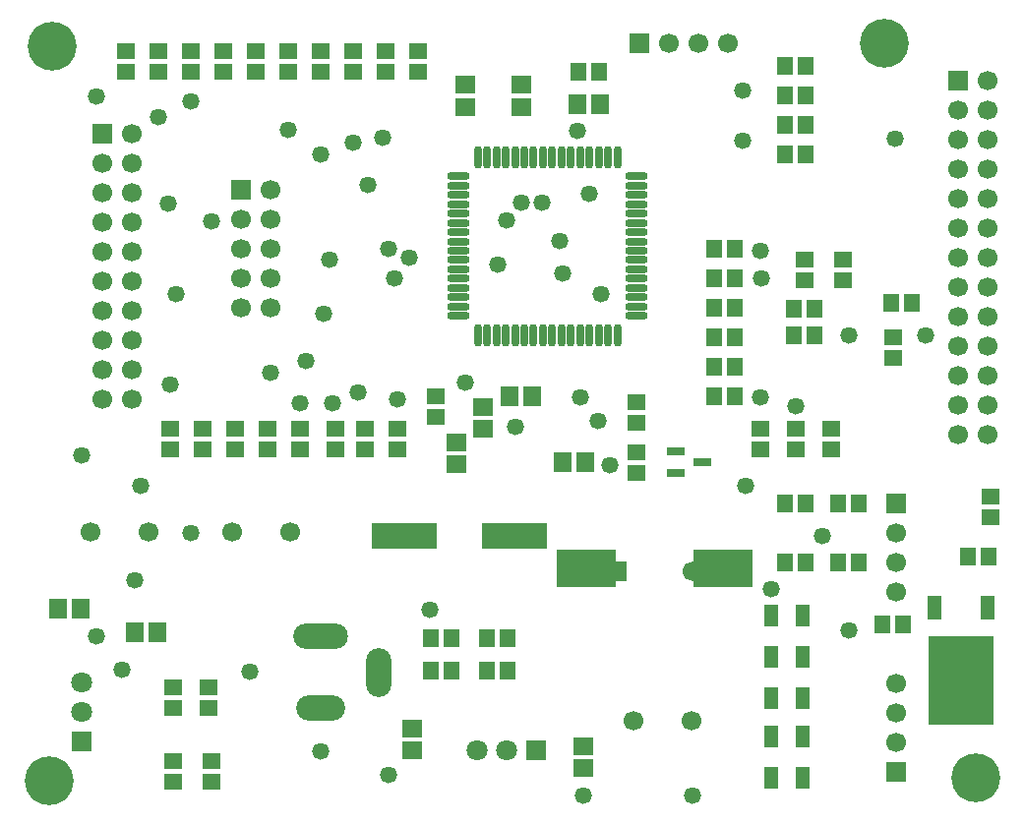
<source format=gts>
%FSTAX53Y53*%
%MOMM*%
%SFA1B1*%

%IPPOS*%
%ADD10R,1.499997X1.699997*%
%ADD11R,1.599997X1.399997*%
%ADD12R,1.149998X2.099996*%
%ADD13R,5.699989X7.599985*%
%ADD14R,1.399997X1.599997*%
%ADD15R,1.299997X1.899996*%
%ADD16R,1.699997X1.499997*%
%ADD17R,5.199990X3.199994*%
%ADD18R,5.699989X2.199996*%
%ADD19O,1.949996X0.749999*%
%ADD20O,0.749999X1.949996*%
%ADD21R,1.649997X0.799998*%
%ADD22C,4.199992*%
%ADD23C,1.699997*%
%ADD24R,1.699997X1.699997*%
%ADD25R,1.699997X1.699997*%
%ADD26C,1.799996*%
%ADD27R,1.799996X1.799996*%
%ADD28C,1.699997*%
%ADD29O,2.199996X4.199992*%
%ADD30O,4.199992X2.199996*%
%ADD31O,4.699991X2.199996*%
%ADD32R,1.799996X1.799996*%
%ADD33C,1.469997*%
%LNmain_board_pcb-1*%
%LPD*%
G54D10*
X00070299Y00049599D03*
X00068399D03*
X00106499Y00095069D03*
X00108399D03*
X00063689Y00051629D03*
X00061789D03*
X00107119Y00064259D03*
X00105219D03*
X00102559Y00069919D03*
X00100659D03*
G54D11*
X00092709Y00097909D03*
Y00099709D03*
X00085599Y00067189D03*
Y00065389D03*
X00111509Y00067679D03*
Y00069479D03*
X00122169Y00065389D03*
Y00067189D03*
X00087119Y00099709D03*
Y00097909D03*
X00081529Y00099709D03*
Y00097909D03*
X00075949Y00099709D03*
Y00097909D03*
X00070359Y00099709D03*
Y00097909D03*
X00074939Y00038559D03*
Y00036759D03*
X00074679Y00044909D03*
Y00043109D03*
X00129289Y00081739D03*
Y00079939D03*
X00094229Y00069989D03*
Y00068189D03*
X00082549Y00065389D03*
Y00067189D03*
X00076959Y00065389D03*
Y00067189D03*
X00071369Y00065389D03*
Y00067189D03*
X00111509Y00065159D03*
Y00063359D03*
X00141989Y00059549D03*
Y00061349D03*
X00071629Y00038559D03*
Y00036759D03*
Y00044909D03*
Y00043109D03*
X00133599Y00075069D03*
Y00073269D03*
X00125219Y00065389D03*
Y00067189D03*
X00074169Y00065389D03*
Y00067189D03*
X00079759Y00065389D03*
Y00067189D03*
X00088139Y00065389D03*
Y00067189D03*
X00090929Y00065389D03*
Y00067189D03*
X00125989Y00081739D03*
Y00079939D03*
X00089919Y00099709D03*
Y00097909D03*
X00067559Y00099709D03*
Y00097909D03*
X00073149Y00099709D03*
Y00097909D03*
X00078739Y00099709D03*
Y00097909D03*
X00084329Y00099709D03*
Y00097909D03*
X00128269Y00065389D03*
Y00067189D03*
G54D12*
X00141729Y00051739D03*
X00137169D03*
G54D13*
X00139449Y00045489D03*
G54D14*
X00124319Y00055629D03*
X00126119D03*
X00141869Y00056129D03*
X00140069D03*
X00128889Y00055629D03*
X00130689D03*
X00128889Y00060709D03*
X00130689D03*
X00124319D03*
X00126119D03*
X00126879Y00077469D03*
X00125079D03*
X00108349Y00097859D03*
X00106549D03*
X00124329Y00095829D03*
X00126129D03*
X00095649Y00049089D03*
X00093849D03*
X00098669D03*
X00100469D03*
X00133469Y00077979D03*
X00135269D03*
X00124329Y00090749D03*
X00126129D03*
X00124329Y00098369D03*
X00126129D03*
X00095649Y00046299D03*
X00093849D03*
X00098669D03*
X00100469D03*
X00118229Y00082619D03*
X00120029D03*
X00118229Y00077539D03*
X00120029D03*
X00118229Y00069919D03*
X00120029D03*
X00118229Y00080079D03*
X00120029D03*
X00118229Y00074999D03*
X00120029D03*
X00118229Y00072459D03*
X00120029D03*
X00124329Y00093289D03*
X00126129D03*
X00126879Y00075179D03*
X00125079D03*
X00134499Y00050289D03*
X00132699D03*
G54D15*
X00125809Y00047499D03*
X00123109D03*
X00125809Y00051049D03*
X00123109D03*
X00125809Y00043939D03*
X00123109D03*
X00125809Y00037079D03*
X00123109D03*
X00125809Y00040639D03*
X00123109D03*
G54D16*
X00092199Y00041339D03*
Y00039439D03*
X00101609Y00096779D03*
Y00094879D03*
X00096779Y00096779D03*
Y00094879D03*
X00096009Y00065969D03*
Y00064069D03*
X00106929Y00037909D03*
Y00039809D03*
X00098299Y00067119D03*
Y00069019D03*
G54D17*
X00118989Y00055119D03*
X00107189D03*
G54D18*
X00091519Y00057909D03*
X00101019D03*
G54D19*
X00096239Y00088879D03*
Y00088079D03*
Y00087279D03*
Y00086479D03*
Y00085679D03*
Y00084879D03*
Y00084079D03*
Y00083279D03*
Y00082479D03*
Y00081679D03*
Y00080879D03*
Y00080079D03*
Y00079279D03*
Y00078479D03*
Y00077679D03*
Y00076879D03*
X00111539D03*
Y00077679D03*
Y00078479D03*
Y00079279D03*
Y00080079D03*
Y00080879D03*
Y00081679D03*
Y00082479D03*
Y00083279D03*
Y00084079D03*
Y00084879D03*
Y00085679D03*
Y00086479D03*
Y00087279D03*
Y00088079D03*
Y00088879D03*
G54D20*
X00097889Y00075229D03*
X00098689D03*
X00099489D03*
X00100289D03*
X00101089D03*
X00101889D03*
X00102689D03*
X00103489D03*
X00104289D03*
X00105089D03*
X00105889D03*
X00106689D03*
X00107489D03*
X00108289D03*
X00109089D03*
X00109889D03*
Y00090529D03*
X00109089D03*
X00108289D03*
X00107489D03*
X00106689D03*
X00105889D03*
X00105089D03*
X00104289D03*
X00103489D03*
X00102689D03*
X00101889D03*
X00101089D03*
X00100289D03*
X00099489D03*
X00098689D03*
X00097889D03*
G54D21*
X00114899Y00065209D03*
Y00063309D03*
X00117249Y00064259D03*
G54D22*
X00140719Y00037079D03*
X00132839Y00100329D03*
X00061209Y00100079D03*
X00060959Y00036829D03*
G54D23*
X00119379Y00100329D03*
X00116839D03*
X00114299D03*
X00133859Y00053089D03*
Y00055629D03*
Y00058169D03*
Y00040129D03*
Y00042669D03*
Y00045209D03*
X00076749Y00058239D03*
X00081749D03*
X00116339Y00054879D03*
X00069559Y00058239D03*
X00064559D03*
X00089329Y00045129D03*
Y00047129D03*
X00083329Y00043129D03*
X00085329D03*
X00080019Y00087699D03*
X00077479Y00085159D03*
X00080019D03*
X00077479Y00082619D03*
X00080019D03*
X00077479Y00080079D03*
X00080019D03*
X00077479Y00077539D03*
X00080019D03*
X00116299Y00041979D03*
X00111299D03*
X00141739Y00066619D03*
X00139199D03*
X00141739Y00069159D03*
X00139199D03*
X00141739Y00071699D03*
X00139199D03*
X00141739Y00074239D03*
X00139199D03*
X00141739Y00076779D03*
X00139199D03*
X00141739Y00079319D03*
X00139199D03*
X00141739Y00081859D03*
X00139199D03*
X00141739Y00084399D03*
X00139199D03*
X00141739Y00086939D03*
X00139199D03*
X00141739Y00089479D03*
X00139199D03*
X00141739Y00092019D03*
X00139199D03*
X00141739Y00094559D03*
X00139199D03*
X00141739Y00097099D03*
X00068079Y00069669D03*
X00065539D03*
X00068079Y00072209D03*
X00065539D03*
X00068079Y00074749D03*
X00065539D03*
X00068079Y00077289D03*
X00065539D03*
X00068079Y00079829D03*
X00065539D03*
X00068079Y00082369D03*
X00065539D03*
X00068079Y00084909D03*
X00065539D03*
X00068079Y00087449D03*
X00065539D03*
X00068079Y00089989D03*
X00065539D03*
X00068079Y00092529D03*
G54D24*
X00111759Y00100329D03*
X00109839Y00054879D03*
G54D25*
X00133859Y00060709D03*
Y00037589D03*
X00077479Y00087699D03*
X00139199Y00097099D03*
X00065539Y00092529D03*
G54D26*
X00063759Y00045279D03*
Y00042739D03*
X00097799Y00039439D03*
X00100339D03*
G54D27*
X00063759Y00040199D03*
G54D28*
X00085579Y00049329D03*
X00083079D03*
G54D29*
X00089329Y00046129D03*
G54D30*
X00084329Y00043129D03*
G54D31*
X00084329Y00049329D03*
G54D32*
X00102879Y00039439D03*
G54D33*
X00089659Y00092199D03*
X00104899Y00083309D03*
X00105159Y00080519D03*
X00127509Y00057909D03*
X00120899Y00062229D03*
X00103379Y00086609D03*
X00101599D03*
X00129789Y00049779D03*
X00123109Y00053339D03*
X00100329Y00085089D03*
X00109219Y00064009D03*
X00106929Y00035559D03*
X00101089Y00067309D03*
X00096769Y00071119D03*
X00116329Y00035559D03*
X00090169Y00037339D03*
X00093729Y00051559D03*
X00120649Y00091949D03*
X00065019Y00049279D03*
X00068829Y00062229D03*
X00078229Y00046229D03*
X00067259Y00046379D03*
X00068329Y00054099D03*
X00136399Y00075179D03*
X00120649Y00096269D03*
X00073149Y00058169D03*
X00108459Y00078739D03*
X00065019Y00095759D03*
X00074939Y00084979D03*
X00085099Y00081679D03*
X00081539Y00092879D03*
X00071249Y00086559D03*
X00090179Y00082619D03*
X00084589Y00077029D03*
X00071379Y00070939D03*
X00087559Y00070279D03*
X00106679Y00069849D03*
X00085339Y00069339D03*
X00108199Y00067819D03*
X00073159Y00095349D03*
X00106479Y00092809D03*
X00084329Y00090749D03*
X00087129Y00091769D03*
X00082619Y00069379D03*
X00070359Y00094029D03*
X00088389Y00088139D03*
X00122309Y00080079D03*
X00125289Y00069089D03*
X00090939Y00069669D03*
X00063759Y00064839D03*
X00080019Y00071949D03*
X00083059Y00072969D03*
X00090679Y00080079D03*
X00091949Y00081859D03*
X00099569Y00081279D03*
X00133809Y00092099D03*
X00071879Y00078739D03*
X00122219Y00082459D03*
X00122169Y00069849D03*
X00084329Y00039369D03*
X00107489Y00087379D03*
X00129789Y00075179D03*
M02*
</source>
